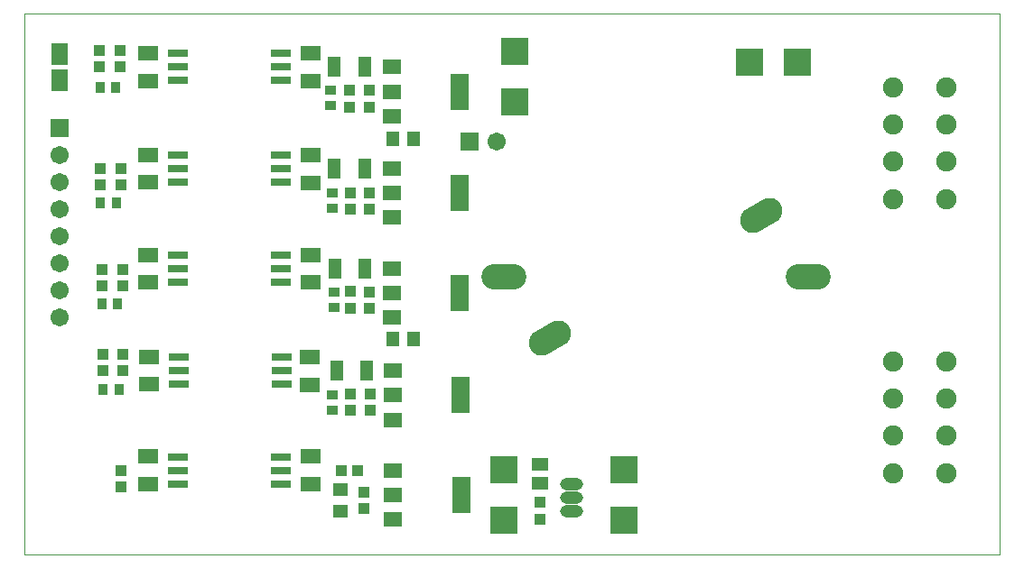
<source format=gts>
G04*
G04 #@! TF.GenerationSoftware,Altium Limited,Altium Designer,19.1.8 (144)*
G04*
G04 Layer_Color=8388736*
%FSLAX25Y25*%
%MOIN*%
G70*
G01*
G75*
%ADD19C,0.00010*%
%ADD35R,0.09855X0.09855*%
%ADD36R,0.09855X0.10446*%
%ADD37R,0.04343X0.04147*%
%ADD38R,0.06115X0.04737*%
%ADD39R,0.05524X0.04737*%
%ADD40R,0.04147X0.03753*%
%ADD41R,0.04147X0.04343*%
%ADD42R,0.04737X0.05524*%
%ADD43R,0.07099X0.13792*%
%ADD44R,0.07099X0.05524*%
%ADD45R,0.04934X0.07493*%
%ADD46R,0.07296X0.05524*%
%ADD47R,0.03753X0.04147*%
%ADD48R,0.07493X0.03162*%
%ADD49R,0.05918X0.08477*%
%ADD50C,0.06706*%
%ADD51R,0.06706X0.06706*%
G04:AMPARAMS|DCode=52|XSize=165.48mil|YSize=94.61mil|CornerRadius=0mil|HoleSize=0mil|Usage=FLASHONLY|Rotation=210.000|XOffset=0mil|YOffset=0mil|HoleType=Round|Shape=Round|*
%AMOVALD52*
21,1,0.07087,0.09461,0.00000,0.00000,210.0*
1,1,0.09461,0.03069,0.01772*
1,1,0.09461,-0.03069,-0.01772*
%
%ADD52OVALD52*%

%ADD53O,0.16548X0.09461*%
%ADD54C,0.07493*%
%ADD55O,0.08474X0.04537*%
%ADD56O,0.08474X0.04537*%
%ADD57R,0.06706X0.06706*%
D19*
X360005Y200000D02*
G03*
X360000Y200005I-5J0D01*
G01*
X360005Y200000D02*
G03*
X360000Y200005I-5J0D01*
G01*
X360000Y-5D02*
G03*
X360005Y0I0J5D01*
G01*
X360000Y-5D02*
G03*
X360005Y0I0J5D01*
G01*
X0Y200005D02*
G03*
X-5Y200000I0J-5D01*
G01*
X0Y200005D02*
G03*
X-5Y200000I0J-5D01*
G01*
Y0D02*
G03*
X0Y-5I5J0D01*
G01*
X-5Y0D02*
G03*
X0Y-5I5J0D01*
G01*
X360005Y200000D02*
X360005Y0D01*
X0Y200005D02*
X360000Y200005D01*
X0Y-5D02*
X360000Y-5D01*
X-5Y0D02*
Y200000D01*
D35*
X267717Y182087D02*
D03*
X285433D02*
D03*
D36*
X181150Y167339D02*
D03*
Y186039D02*
D03*
X221260Y12697D02*
D03*
Y31398D02*
D03*
X177126Y12697D02*
D03*
Y31398D02*
D03*
D37*
X190157Y13091D02*
D03*
Y19193D02*
D03*
X125197Y23130D02*
D03*
Y17028D02*
D03*
X127559Y53248D02*
D03*
Y59350D02*
D03*
X120472D02*
D03*
Y53248D02*
D03*
X127165Y97146D02*
D03*
Y91043D02*
D03*
X120472Y97244D02*
D03*
Y91142D02*
D03*
X127165Y133760D02*
D03*
Y127657D02*
D03*
X120472D02*
D03*
Y133760D02*
D03*
X127165Y165453D02*
D03*
Y171555D02*
D03*
X120079D02*
D03*
Y165453D02*
D03*
X35610Y24961D02*
D03*
Y31063D02*
D03*
X29000Y74000D02*
D03*
Y67898D02*
D03*
X36417Y74016D02*
D03*
Y67913D02*
D03*
Y105413D02*
D03*
Y99311D02*
D03*
X28543Y105315D02*
D03*
Y99213D02*
D03*
X35610Y142657D02*
D03*
Y136555D02*
D03*
X28110Y142657D02*
D03*
Y136555D02*
D03*
X35256Y186260D02*
D03*
Y180157D02*
D03*
X27756Y186260D02*
D03*
Y180157D02*
D03*
D38*
X190157Y33465D02*
D03*
Y26378D02*
D03*
D39*
X116535Y24016D02*
D03*
Y16142D02*
D03*
D40*
X113779Y53445D02*
D03*
Y59153D02*
D03*
X114173Y96949D02*
D03*
Y91240D02*
D03*
X113779Y133563D02*
D03*
Y127854D02*
D03*
X112992Y166043D02*
D03*
Y171752D02*
D03*
D41*
X117008Y31063D02*
D03*
X123110D02*
D03*
D42*
X135827Y79724D02*
D03*
X143701D02*
D03*
Y153543D02*
D03*
X135827D02*
D03*
D43*
X161197Y21945D02*
D03*
X161024Y58858D02*
D03*
X160807Y96555D02*
D03*
Y171102D02*
D03*
Y133602D02*
D03*
D44*
X136000Y31000D02*
D03*
Y21945D02*
D03*
Y12890D02*
D03*
X135827Y67913D02*
D03*
Y58858D02*
D03*
Y49803D02*
D03*
X135610Y105610D02*
D03*
Y96555D02*
D03*
Y87500D02*
D03*
Y180157D02*
D03*
Y171102D02*
D03*
Y162047D02*
D03*
Y142657D02*
D03*
Y133602D02*
D03*
Y124547D02*
D03*
D45*
X115157Y67913D02*
D03*
X126378D02*
D03*
X114567Y105512D02*
D03*
X125787D02*
D03*
X125610Y142657D02*
D03*
X114390D02*
D03*
X125610Y180157D02*
D03*
X114390D02*
D03*
D46*
X105610Y175039D02*
D03*
Y185276D02*
D03*
X45610Y25945D02*
D03*
Y36181D02*
D03*
X46000Y62882D02*
D03*
Y73118D02*
D03*
X45610Y100492D02*
D03*
Y110728D02*
D03*
Y137539D02*
D03*
Y147776D02*
D03*
Y175039D02*
D03*
Y185276D02*
D03*
X105315Y62795D02*
D03*
Y73032D02*
D03*
X105610Y25945D02*
D03*
Y36181D02*
D03*
Y100492D02*
D03*
Y110728D02*
D03*
Y137421D02*
D03*
Y147658D02*
D03*
D47*
X29146Y61000D02*
D03*
X34854D02*
D03*
X28543Y92520D02*
D03*
X34252D02*
D03*
X28146Y130000D02*
D03*
X33854D02*
D03*
X28110Y172658D02*
D03*
X33819D02*
D03*
D48*
X56713Y36063D02*
D03*
Y31063D02*
D03*
Y26063D02*
D03*
X94508Y36063D02*
D03*
Y31063D02*
D03*
Y26063D02*
D03*
X57087Y72913D02*
D03*
Y67913D02*
D03*
Y62913D02*
D03*
X94882Y72913D02*
D03*
Y67913D02*
D03*
Y62913D02*
D03*
X56713Y185158D02*
D03*
Y180157D02*
D03*
Y175157D02*
D03*
X94508Y185158D02*
D03*
Y180157D02*
D03*
Y175157D02*
D03*
X56713Y110610D02*
D03*
Y105610D02*
D03*
Y100610D02*
D03*
X94508Y110610D02*
D03*
Y105610D02*
D03*
Y100610D02*
D03*
X56713Y147658D02*
D03*
Y142657D02*
D03*
Y137657D02*
D03*
X94508Y147658D02*
D03*
Y142657D02*
D03*
Y137657D02*
D03*
D49*
X13110Y184980D02*
D03*
Y175335D02*
D03*
D50*
X174370Y152559D02*
D03*
X13110Y147658D02*
D03*
Y137657D02*
D03*
Y127657D02*
D03*
Y117657D02*
D03*
Y107658D02*
D03*
Y97658D02*
D03*
Y87657D02*
D03*
D51*
X164370Y152559D02*
D03*
D52*
X272150Y125197D02*
D03*
X194071Y80020D02*
D03*
D53*
X289213Y102657D02*
D03*
X177008D02*
D03*
D54*
X320610Y71437D02*
D03*
Y57657D02*
D03*
Y43878D02*
D03*
Y30098D02*
D03*
X340295Y71437D02*
D03*
Y57657D02*
D03*
Y43878D02*
D03*
Y30098D02*
D03*
X320610Y172716D02*
D03*
Y158937D02*
D03*
Y145158D02*
D03*
Y131378D02*
D03*
X340295Y172716D02*
D03*
Y158937D02*
D03*
Y145158D02*
D03*
Y131378D02*
D03*
D55*
X202008Y15866D02*
D03*
Y25866D02*
D03*
D56*
Y20866D02*
D03*
D57*
X13110Y157658D02*
D03*
M02*

</source>
